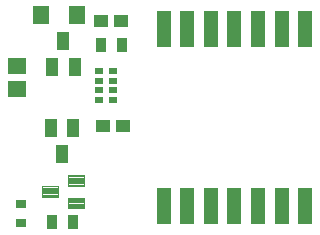
<source format=gbs>
G75*
%MOIN*%
%OFA0B0*%
%FSLAX25Y25*%
%IPPOS*%
%LPD*%
%AMOC8*
5,1,8,0,0,1.08239X$1,22.5*
%
%ADD10R,0.03550X0.05124*%
%ADD11R,0.03550X0.02762*%
%ADD12R,0.06400X0.05400*%
%ADD13R,0.04731X0.04337*%
%ADD14R,0.02959X0.02369*%
%ADD15R,0.04337X0.05912*%
%ADD16C,0.00394*%
%ADD17R,0.05124X0.12211*%
%ADD18R,0.05400X0.06400*%
D10*
X0019381Y0008500D03*
X0026467Y0008500D03*
X0035581Y0067300D03*
X0042667Y0067300D03*
D11*
X0009124Y0008150D03*
X0009124Y0014450D03*
D12*
X0007724Y0052700D03*
X0007724Y0060500D03*
D13*
X0035778Y0075300D03*
X0042470Y0075300D03*
X0042870Y0040500D03*
X0036178Y0040500D03*
D14*
X0034863Y0049176D03*
X0034863Y0052325D03*
X0034863Y0055475D03*
X0034863Y0058624D03*
X0039785Y0058624D03*
X0039785Y0055475D03*
X0039785Y0052325D03*
X0039785Y0049176D03*
D15*
X0026464Y0039831D03*
X0018984Y0039831D03*
X0022724Y0031169D03*
X0019384Y0059969D03*
X0026864Y0059969D03*
X0023124Y0068631D03*
D16*
X0024693Y0024014D02*
X0024693Y0020466D01*
X0024693Y0024014D02*
X0029817Y0024014D01*
X0029817Y0020466D01*
X0024693Y0020466D01*
X0024693Y0020859D02*
X0029817Y0020859D01*
X0029817Y0021252D02*
X0024693Y0021252D01*
X0024693Y0021645D02*
X0029817Y0021645D01*
X0029817Y0022038D02*
X0024693Y0022038D01*
X0024693Y0022431D02*
X0029817Y0022431D01*
X0029817Y0022824D02*
X0024693Y0022824D01*
X0024693Y0023217D02*
X0029817Y0023217D01*
X0029817Y0023610D02*
X0024693Y0023610D01*
X0024693Y0024003D02*
X0029817Y0024003D01*
X0024693Y0016534D02*
X0024693Y0012986D01*
X0024693Y0016534D02*
X0029817Y0016534D01*
X0029817Y0012986D01*
X0024693Y0012986D01*
X0024693Y0013379D02*
X0029817Y0013379D01*
X0029817Y0013772D02*
X0024693Y0013772D01*
X0024693Y0014165D02*
X0029817Y0014165D01*
X0029817Y0014558D02*
X0024693Y0014558D01*
X0024693Y0014951D02*
X0029817Y0014951D01*
X0029817Y0015344D02*
X0024693Y0015344D01*
X0024693Y0015737D02*
X0029817Y0015737D01*
X0029817Y0016130D02*
X0024693Y0016130D01*
X0024693Y0016523D02*
X0029817Y0016523D01*
X0016031Y0016726D02*
X0016031Y0020274D01*
X0021155Y0020274D01*
X0021155Y0016726D01*
X0016031Y0016726D01*
X0016031Y0017119D02*
X0021155Y0017119D01*
X0021155Y0017512D02*
X0016031Y0017512D01*
X0016031Y0017905D02*
X0021155Y0017905D01*
X0021155Y0018298D02*
X0016031Y0018298D01*
X0016031Y0018691D02*
X0021155Y0018691D01*
X0021155Y0019084D02*
X0016031Y0019084D01*
X0016031Y0019477D02*
X0021155Y0019477D01*
X0021155Y0019870D02*
X0016031Y0019870D01*
X0016031Y0020263D02*
X0021155Y0020263D01*
D17*
X0056502Y0013772D03*
X0064376Y0013772D03*
X0072250Y0013772D03*
X0080124Y0013772D03*
X0087998Y0013772D03*
X0095872Y0013772D03*
X0103746Y0013772D03*
X0103746Y0072828D03*
X0095872Y0072828D03*
X0087998Y0072828D03*
X0080124Y0072828D03*
X0072250Y0072828D03*
X0064376Y0072828D03*
X0056502Y0072828D03*
D18*
X0027524Y0077500D03*
X0015524Y0077500D03*
M02*

</source>
